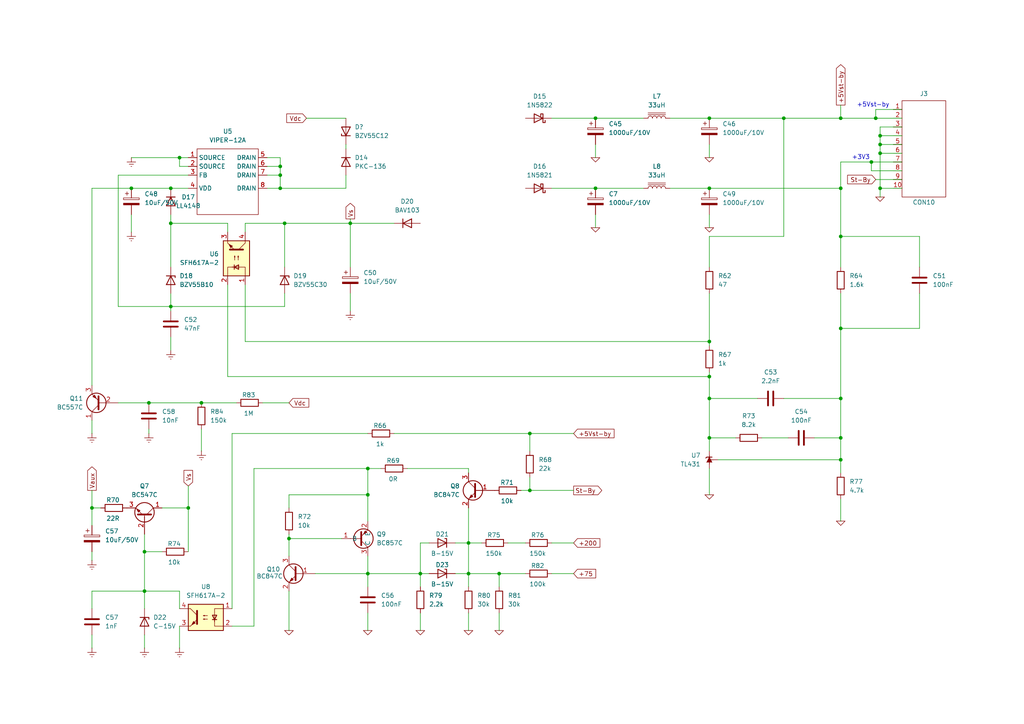
<source format=kicad_sch>
(kicad_sch (version 20231120) (generator "eeschema") (generator_version "8.0")
  (paper "A4")
  (lib_symbols
    (symbol "Device:C" (pin_numbers hide) (pin_names (offset 0.254))
      (property "Reference" "C" (at 0.635 2.54 0))
      (property "Value" "C" (at 0.635 -2.54 0))
      (symbol "C_0_1"
        (polyline (pts (xy -2.032 -0.762) (xy 2.032 -0.762)) (stroke (width 0.508)))
        (polyline (pts (xy -2.032 0.762) (xy 2.032 0.762)) (stroke (width 0.508)))
      )
      (symbol "C_1_1"
        (pin passive line (at 0 3.81 270) (length 2.794) (name "~") (number "1"))
        (pin passive line (at 0 -3.81 90) (length 2.794) (name "~") (number "2"))
      )
    )
    (symbol "Device:C_Polarized" (pin_numbers hide) (pin_names (offset 0.254))
      (property "Reference" "C" (at 0.635 2.54 0))
      (property "Value" "C_Polarized" (at 0.635 -2.54 0))
      (symbol "C_Polarized_0_1"
        (rectangle (start -2.286 0.508) (end 2.286 1.016))
        (polyline (pts (xy -1.778 2.286) (xy -0.762 2.286)))
        (polyline (pts (xy -1.27 2.794) (xy -1.27 1.778)))
        (rectangle (start 2.286 -0.508) (end -2.286 -1.016) (fill (type outline)))
      )
      (symbol "C_Polarized_1_1"
        (pin passive line (at 0 3.81 270) (length 2.794) (name "~") (number "1"))
        (pin passive line (at 0 -3.81 90) (length 2.794) (name "~") (number "2"))
      )
    )
    (symbol "Device:L_Iron" (pin_numbers hide) (pin_names (offset 1.016) hide)
      (property "Reference" "L" (at -1.27 0 90))
      (property "Value" "L_Iron" (at 2.794 0 90))
      (symbol "L_Iron_0_1"
        (arc (start 0 -2.54) (mid 0.6323 -1.905) (end 0 -1.27))
        (arc (start 0 -1.27) (mid 0.6323 -0.635) (end 0 0))
        (polyline (pts (xy 1.016 2.54) (xy 1.016 -2.54)))
        (polyline (pts (xy 1.524 -2.54) (xy 1.524 2.54)))
        (arc (start 0 0) (mid 0.6323 0.635) (end 0 1.27))
        (arc (start 0 1.27) (mid 0.6323 1.905) (end 0 2.54))
      )
      (symbol "L_Iron_1_1"
        (pin passive line (at 0 3.81 270) (length 1.27) (name "1") (number "1"))
        (pin passive line (at 0 -3.81 90) (length 1.27) (name "2") (number "2"))
      )
    )
    (symbol "Device:R" (pin_numbers hide) (pin_names (offset 0))
      (property "Reference" "R" (at 2.032 0 90))
      (property "Value" "R" (at 0 0 90))
      (symbol "R_0_1"
        (rectangle (start -1.016 -2.54) (end 1.016 2.54) (stroke (width 0.254)))
      )
      (symbol "R_1_1"
        (pin passive line (at 0 3.81 270) (length 1.27) (name "~") (number "1"))
        (pin passive line (at 0 -3.81 90) (length 1.27) (name "~") (number "2"))
      )
    )
    (symbol "Diode:1N5821" (pin_numbers hide) (pin_names (offset 1.016) hide)
      (property "Reference" "D" (at 0 2.54 0))
      (property "Value" "1N5821" (at 0 -2.54 0))
      (symbol "1N5821_0_1"
        (polyline (pts (xy 1.27 0) (xy -1.27 0)))
        (polyline (pts (xy 1.27 1.27) (xy 1.27 -1.27) (xy -1.27 0) (xy 1.27 1.27)) (stroke (width 0.254)))
        (polyline (pts (xy -1.905 0.635) (xy -1.905 1.27) (xy -1.27 1.27) (xy -1.27 -1.27) (xy -0.635 -1.27) (xy -0.635 -0.635)) (stroke (width 0.254)))
      )
      (symbol "1N5821_1_1"
        (pin passive line (at -3.81 0 0) (length 2.54) (name "K") (number "1"))
        (pin passive line (at 3.81 0 180) (length 2.54) (name "A") (number "2"))
      )
    )
    (symbol "Diode:1N5822" (pin_numbers hide) (pin_names (offset 1.016) hide)
      (property "Reference" "D" (at 0 2.54 0))
      (property "Value" "1N5822" (at 0 -2.54 0))
      (symbol "1N5822_0_1"
        (polyline (pts (xy 1.27 0) (xy -1.27 0)))
        (polyline (pts (xy 1.27 1.27) (xy 1.27 -1.27) (xy -1.27 0) (xy 1.27 1.27)) (stroke (width 0.254)))
        (polyline (pts (xy -1.905 0.635) (xy -1.905 1.27) (xy -1.27 1.27) (xy -1.27 -1.27) (xy -0.635 -1.27) (xy -0.635 -0.635)) (stroke (width 0.254)))
      )
      (symbol "1N5822_1_1"
        (pin passive line (at -3.81 0 0) (length 2.54) (name "K") (number "1"))
        (pin passive line (at 3.81 0 180) (length 2.54) (name "A") (number "2"))
      )
    )
    (symbol "Diode:BZV55B10" (pin_numbers hide) (pin_names hide)
      (property "Reference" "D" (at 0 2.54 0))
      (property "Value" "BZV55B10" (at 0 -2.54 0))
      (symbol "BZV55B10_0_1"
        (polyline (pts (xy 1.27 0) (xy -1.27 0)))
        (polyline (pts (xy -1.27 -1.27) (xy -1.27 1.27) (xy -0.762 1.27)) (stroke (width 0.254)))
        (polyline (pts (xy 1.27 -1.27) (xy 1.27 1.27) (xy -1.27 0) (xy 1.27 -1.27)) (stroke (width 0.254)))
      )
      (symbol "BZV55B10_1_1"
        (pin passive line (at -3.81 0 0) (length 2.54) (name "K") (number "1"))
        (pin passive line (at 3.81 0 180) (length 2.54) (name "A") (number "2"))
      )
    )
    (symbol "Diode:BZV55B15" (pin_numbers hide) (pin_names hide)
      (property "Reference" "D" (at 0 2.54 0))
      (property "Value" "BZV55B15" (at 0 -2.54 0))
      (symbol "BZV55B15_0_1"
        (polyline (pts (xy 1.27 0) (xy -1.27 0)))
        (polyline (pts (xy -1.27 -1.27) (xy -1.27 1.27) (xy -0.762 1.27)) (stroke (width 0.254)))
        (polyline (pts (xy 1.27 -1.27) (xy 1.27 1.27) (xy -1.27 0) (xy 1.27 -1.27)) (stroke (width 0.254)))
      )
      (symbol "BZV55B15_1_1"
        (pin passive line (at -3.81 0 0) (length 2.54) (name "K") (number "1"))
        (pin passive line (at 3.81 0 180) (length 2.54) (name "A") (number "2"))
      )
    )
    (symbol "Diode:BZV55C12" (pin_numbers hide) (pin_names hide)
      (property "Reference" "D" (at 0 2.54 0))
      (property "Value" "BZV55C12" (at 0 -2.54 0))
      (symbol "BZV55C12_0_1"
        (polyline (pts (xy 1.27 0) (xy -1.27 0)))
        (polyline (pts (xy -1.27 -1.27) (xy -1.27 1.27) (xy -0.762 1.27)) (stroke (width 0.254)))
        (polyline (pts (xy 1.27 -1.27) (xy 1.27 1.27) (xy -1.27 0) (xy 1.27 -1.27)) (stroke (width 0.254)))
      )
      (symbol "BZV55C12_1_1"
        (pin passive line (at -3.81 0 0) (length 2.54) (name "K") (number "1"))
        (pin passive line (at 3.81 0 180) (length 2.54) (name "A") (number "2"))
      )
    )
    (symbol "Diode:BZV55C15" (pin_numbers hide) (pin_names hide)
      (property "Reference" "D" (at 0 2.54 0))
      (property "Value" "BZV55C15" (at 0 -2.54 0))
      (symbol "BZV55C15_0_1"
        (polyline (pts (xy 1.27 0) (xy -1.27 0)))
        (polyline (pts (xy -1.27 -1.27) (xy -1.27 1.27) (xy -0.762 1.27)) (stroke (width 0.254)))
        (polyline (pts (xy 1.27 -1.27) (xy 1.27 1.27) (xy -1.27 0) (xy 1.27 -1.27)) (stroke (width 0.254)))
      )
      (symbol "BZV55C15_1_1"
        (pin passive line (at -3.81 0 0) (length 2.54) (name "K") (number "1"))
        (pin passive line (at 3.81 0 180) (length 2.54) (name "A") (number "2"))
      )
    )
    (symbol "Diode:BZV55C30" (pin_numbers hide) (pin_names hide)
      (property "Reference" "D" (at 0 2.54 0))
      (property "Value" "BZV55C30" (at 0 -2.54 0))
      (symbol "BZV55C30_0_1"
        (polyline (pts (xy 1.27 0) (xy -1.27 0)))
        (polyline (pts (xy -1.27 -1.27) (xy -1.27 1.27) (xy -0.762 1.27)) (stroke (width 0.254)))
        (polyline (pts (xy 1.27 -1.27) (xy 1.27 1.27) (xy -1.27 0) (xy 1.27 -1.27)) (stroke (width 0.254)))
      )
      (symbol "BZV55C30_1_1"
        (pin passive line (at -3.81 0 0) (length 2.54) (name "K") (number "1"))
        (pin passive line (at 3.81 0 180) (length 2.54) (name "A") (number "2"))
      )
    )
    (symbol "Diode:LL4148" (pin_numbers hide) (pin_names hide)
      (property "Reference" "D" (at 0 2.54 0))
      (property "Value" "LL4148" (at 0 -2.54 0))
      (symbol "LL4148_0_1"
        (polyline (pts (xy -1.27 1.27) (xy -1.27 -1.27)) (stroke (width 0.254)))
        (polyline (pts (xy 1.27 0) (xy -1.27 0)))
        (polyline (pts (xy 1.27 1.27) (xy 1.27 -1.27) (xy -1.27 0) (xy 1.27 1.27)) (stroke (width 0.254)))
      )
      (symbol "LL4148_1_1"
        (pin passive line (at -3.81 0 0) (length 2.54) (name "K") (number "1"))
        (pin passive line (at 3.81 0 180) (length 2.54) (name "A") (number "2"))
      )
    )
    (symbol "Isolator:SFH617A-2" (pin_names (offset 1.016))
      (property "Reference" "U" (at -5.08 5.08 0))
      (property "Value" "SFH617A-2" (at 0 5.08 0))
      (symbol "SFH617A-2_0_1"
        (rectangle (start -5.08 3.81) (end 5.08 -3.81) (stroke (width 0.254)) (fill (type background)))
        (polyline (pts (xy -3.175 -0.635) (xy -1.905 -0.635)) (stroke (width 0.254)))
        (polyline (pts (xy 2.54 0.635) (xy 4.445 2.54)))
        (polyline (pts (xy 4.445 -2.54) (xy 2.54 -0.635)) (fill (type outline)))
        (polyline (pts (xy 4.445 -2.54) (xy 5.08 -2.54)))
        (polyline (pts (xy 4.445 2.54) (xy 5.08 2.54)))
        (polyline (pts (xy -2.54 -0.635) (xy -2.54 -2.54) (xy -5.08 -2.54)))
        (polyline (pts (xy 2.54 1.905) (xy 2.54 -1.905) (xy 2.54 -1.905)) (stroke (width 0.508)))
        (polyline (pts (xy -5.08 2.54) (xy -2.54 2.54) (xy -2.54 -1.27) (xy -2.54 0.635)))
        (polyline (pts (xy -2.54 -0.635) (xy -3.175 0.635) (xy -1.905 0.635) (xy -2.54 -0.635)) (stroke (width 0.254)))
        (polyline (pts (xy -0.508 -0.508) (xy 0.762 -0.508) (xy 0.381 -0.635) (xy 0.381 -0.381) (xy 0.762 -0.508)))
        (polyline (pts (xy -0.508 0.508) (xy 0.762 0.508) (xy 0.381 0.381) (xy 0.381 0.635) (xy 0.762 0.508)))
        (polyline (pts (xy 3.048 -1.651) (xy 3.556 -1.143) (xy 4.064 -2.159) (xy 3.048 -1.651) (xy 3.048 -1.651)) (fill (type outline)))
      )
      (symbol "SFH617A-2_1_1"
        (pin passive line (at -7.62 2.54 0) (length 2.54) (name "~") (number "1"))
        (pin passive line (at -7.62 -2.54 0) (length 2.54) (name "~") (number "2"))
        (pin passive line (at 7.62 -2.54 180) (length 2.54) (name "~") (number "3"))
        (pin passive line (at 7.62 2.54 180) (length 2.54) (name "~") (number "4"))
      )
    )
    (symbol "Reference_Voltage:TL431D" (pin_numbers hide) (pin_names hide)
      (property "Reference" "U" (at 0 -2.54 0))
      (property "Value" "TL431D" (at 0 -4.445 0))
      (symbol "TL431D_0_1"
        (polyline (pts (xy -1.27 0) (xy 0 0) (xy 1.27 0)))
        (polyline (pts (xy -0.762 0.762) (xy 0.762 0) (xy -0.762 -0.762)) (fill (type outline)))
        (polyline (pts (xy 0.508 -1.016) (xy 0.762 -0.762) (xy 0.762 0.762) (xy 0.762 0.762)) (stroke (width 0.254)))
      )
      (symbol "TL431D_1_1"
        (polyline (pts (xy 0 1.27) (xy 0 0)))
        (pin passive line (at 2.54 0 180) (length 2.54) (name "K") (number "1"))
        (pin passive line (at -2.54 0 0) (length 2.54) (name "A") (number "2"))
        (pin passive line (at -2.54 0 0) (length 2.54) hide (name "A") (number "3"))
        (pin passive line (at -2.54 0 0) (length 2.54) hide (name "A") (number "6"))
        (pin passive line (at -2.54 0 0) (length 2.54) hide (name "A") (number "7"))
        (pin passive line (at 0 2.54 270) (length 2.54) (name "REF") (number "8"))
      )
    )
    (symbol "Simulation_SPICE:0" (power) (pin_numbers hide) (pin_names (offset 0) hide)
      (property "Value" "0" (at 0 -2.54 0))
      (symbol "0_0_1"
        (polyline (pts (xy -1.27 0) (xy 0 -1.27) (xy 1.27 0) (xy -1.27 0)))
      )
      (symbol "0_1_1"
        (pin power_in line (at 0 0 0) (length 0) (name "~") (number "1"))
      )
    )
    (symbol "Transistor_BJT:BC547" (pin_names (offset 0) hide)
      (property "Reference" "Q" (at 5.08 1.905 0))
      (property "Value" "BC547" (at 5.08 0 0))
      (symbol "BC547_0_1"
        (polyline (pts (xy 0 0) (xy 0.635 0)))
        (polyline (pts (xy 0.635 0.635) (xy 2.54 2.54)))
        (polyline (pts (xy 0.635 -0.635) (xy 2.54 -2.54) (xy 2.54 -2.54)))
        (polyline (pts (xy 0.635 1.905) (xy 0.635 -1.905) (xy 0.635 -1.905)) (stroke (width 0.508)))
        (polyline (pts (xy 1.27 -1.778) (xy 1.778 -1.27) (xy 2.286 -2.286) (xy 1.27 -1.778) (xy 1.27 -1.778)) (fill (type outline)))
        (circle (center 1.27 0) (radius 2.8194) (stroke (width 0.254)))
      )
      (symbol "BC547_1_1"
        (pin passive line (at 2.54 5.08 270) (length 2.54) (name "C") (number "1"))
        (pin input line (at -5.08 0 0) (length 5.08) (name "B") (number "2"))
        (pin passive line (at 2.54 -5.08 90) (length 2.54) (name "E") (number "3"))
      )
    )
    (symbol "Transistor_BJT:BC557" (pin_names (offset 0) hide)
      (property "Reference" "Q" (at 5.08 1.905 0))
      (property "Value" "BC557" (at 5.08 0 0))
      (symbol "BC557_0_1"
        (polyline (pts (xy 0.635 0.635) (xy 2.54 2.54)))
        (polyline (pts (xy 0.635 -0.635) (xy 2.54 -2.54) (xy 2.54 -2.54)))
        (polyline (pts (xy 0.635 1.905) (xy 0.635 -1.905) (xy 0.635 -1.905)) (stroke (width 0.508)))
        (polyline (pts (xy 2.286 -1.778) (xy 1.778 -2.286) (xy 1.27 -1.27) (xy 2.286 -1.778) (xy 2.286 -1.778)) (fill (type outline)))
        (circle (center 1.27 0) (radius 2.8194) (stroke (width 0.254)))
      )
      (symbol "BC557_1_1"
        (pin passive line (at 2.54 5.08 270) (length 2.54) (name "C") (number "1"))
        (pin input line (at -5.08 0 0) (length 5.715) (name "B") (number "2"))
        (pin passive line (at 2.54 -5.08 90) (length 2.54) (name "E") (number "3"))
      )
    )
    (symbol "Transistor_BJT:BC847" (pin_names (offset 0) hide)
      (property "Reference" "Q" (at 5.08 1.905 0))
      (property "Value" "BC847" (at 5.08 0 0))
      (symbol "BC847_0_1"
        (polyline (pts (xy 0.635 0.635) (xy 2.54 2.54)))
        (polyline (pts (xy 0.635 -0.635) (xy 2.54 -2.54) (xy 2.54 -2.54)))
        (polyline (pts (xy 0.635 1.905) (xy 0.635 -1.905) (xy 0.635 -1.905)) (stroke (width 0.508)))
        (polyline (pts (xy 1.27 -1.778) (xy 1.778 -1.27) (xy 2.286 -2.286) (xy 1.27 -1.778) (xy 1.27 -1.778)) (fill (type outline)))
        (circle (center 1.27 0) (radius 2.8194) (stroke (width 0.254)))
      )
      (symbol "BC847_1_1"
        (pin input line (at -5.08 0 0) (length 5.715) (name "B") (number "1"))
        (pin passive line (at 2.54 -5.08 90) (length 2.54) (name "E") (number "2"))
        (pin passive line (at 2.54 5.08 270) (length 2.54) (name "C") (number "3"))
      )
    )
    (symbol "lib:BAV103" (pin_numbers hide) (pin_names hide)
      (property "Reference" "D" (at 0 0 0))
      (property "Value" "BAV103" (at 0 0 0))
      (symbol "BAV103_0_1"
        (polyline (pts (xy -1.27 1.27) (xy -1.27 -1.27)) (stroke (width 0.254)))
        (polyline (pts (xy 1.27 0) (xy -1.27 0)))
        (polyline (pts (xy 1.27 1.27) (xy 1.27 -1.27) (xy -1.27 0) (xy 1.27 1.27)) (stroke (width 0.254)))
      )
      (symbol "BAV103_1_1"
        (pin passive line (at -3.81 0 0) (length 2.54) (name "K") (number "1"))
        (pin passive line (at 3.81 0 180) (length 2.54) (name "A") (number "2"))
      )
    )
    (symbol "lib:BC857C"
      (property "Reference" "Q" (at 0 0 0))
      (property "Value" "BC857C" (at 0 0 0))
      (symbol "BC857C_0_1"
        (polyline (pts (xy -3.81 0) (xy -0.635 0)) (stroke (width 0.1524)))
        (polyline (pts (xy -0.635 -0.635) (xy 1.27 -2.54)))
        (polyline (pts (xy -0.635 -1.905) (xy -0.635 1.905) (xy -0.635 1.905)) (stroke (width 0.508)))
        (polyline (pts (xy -0.635 0.635) (xy 1.27 2.54) (xy 1.27 2.54)))
        (polyline (pts (xy 1.016 1.778) (xy 0.508 2.286) (xy 0 1.27) (xy 1.016 1.778) (xy 1.016 1.778)) (fill (type outline)))
        (circle (center 0 0) (radius 2.8194) (stroke (width 0.254)))
      )
      (symbol "BC857C_1_1"
        (pin input line (at -6.35 0 0) (length 2.54) (name "B") (number "1"))
        (pin open_emitter line (at 1.27 5.08 270) (length 2.54) (name "E") (number "2"))
        (pin open_collector line (at 1.27 -5.08 90) (length 2.54) (name "C") (number "3"))
      )
    )
    (symbol "lib:CON10"
      (property "Reference" "J" (at 0 0 0))
      (symbol "CON10_0_1"
        (rectangle (start -6.35 8.89) (end 6.35 -19.05))
      )
      (symbol "CON10_1_1"
        (pin power_out line (at -6.35 6.35 180) (length 2.54) (name "") (number "1"))
        (pin power_out line (at -6.35 -16.51 180) (length 2.54) (name "") (number "10"))
        (pin power_out line (at -6.35 3.81 180) (length 2.54) (name "") (number "2"))
        (pin power_out line (at -6.35 1.27 180) (length 2.54) (name "") (number "3"))
        (pin power_out line (at -6.35 -1.27 180) (length 2.54) (name "") (number "4"))
        (pin power_out line (at -6.35 -3.81 180) (length 2.54) (name "") (number "5"))
        (pin power_out line (at -6.35 -6.35 180) (length 2.54) (name "") (number "6"))
        (pin power_out line (at -6.35 -8.89 180) (length 2.54) (name "") (number "7"))
        (pin power_out line (at -6.35 -11.43 180) (length 2.54) (name "") (number "8"))
        (pin power_out line (at -6.35 -13.97 180) (length 2.54) (name "") (number "9"))
      )
    )
    (symbol "lib:PKC-136" (pin_numbers hide) (pin_names hide)
      (property "Reference" "D" (at 0 0 0))
      (property "Value" "PKC-136" (at 0 0 0))
      (symbol "PKC-136_0_1"
        (polyline (pts (xy 0 1.27) (xy 0 -1.27)) (stroke (width 0.254)))
        (polyline (pts (xy 2.54 0) (xy 0 0)))
        (polyline (pts (xy 2.54 1.27) (xy 2.54 -1.27) (xy 0 0) (xy 2.54 1.27)) (stroke (width 0.254)))
      )
      (symbol "PKC-136_1_1"
        (pin passive line (at -2.54 0 0) (length 2.54) (name "K") (number "1"))
        (pin passive line (at 5.08 0 180) (length 2.54) (name "A") (number "2"))
      )
    )
    (symbol "lib:VIPER-12A"
      (property "Reference" "U" (at 0 0 0))
      (property "Value" "VIPER-12A" (at 0 0 0))
      (symbol "VIPER-12A_0_1"
        (rectangle (start -6.35 5.08) (end 11.43 -13.97))
      )
      (symbol "VIPER-12A_1_1"
        (pin power_out line (at -8.89 2.54 0) (length 2.54) (name "SOURCE") (number "1"))
        (pin power_out line (at -8.89 0 0) (length 2.54) (name "SOURCE") (number "2"))
        (pin input line (at -8.89 -2.54 0) (length 2.54) (name "FB") (number "3"))
        (pin power_in line (at -8.89 -6.35 0) (length 2.54) (name "VDD") (number "4"))
        (pin power_in line (at 13.97 2.54 180) (length 2.54) (name "DRAIN") (number "5"))
        (pin power_in line (at 13.97 0 180) (length 2.54) (name "DRAIN") (number "6"))
        (pin power_in line (at 13.97 -2.54 180) (length 2.54) (name "DRAIN") (number "7"))
        (pin power_in line (at 13.97 -6.35 180) (length 2.54) (name "DRAIN") (number "8"))
      )
    )
    (symbol "power:Earth" (power) (pin_numbers hide) (pin_names (offset 0) hide)
      (property "Value" "Earth" (at 0 -3.81 0))
      (symbol "Earth_0_1"
        (polyline (pts (xy -0.635 -1.905) (xy 0.635 -1.905)))
        (polyline (pts (xy -0.127 -2.54) (xy 0.127 -2.54)))
        (polyline (pts (xy 0 -1.27) (xy 0 0)))
        (polyline (pts (xy 1.27 -1.27) (xy -1.27 -1.27)))
      )
      (symbol "Earth_1_1"
        (pin power_in line (at 0 0 270) (length 0) (name "~") (number "1"))
      )
    )
  )
  (junction (at 49.53 88.9))
  (junction (at 205.74 115.57))
  (junction (at 153.67 125.73))
  (junction (at 205.74 127))
  (junction (at 243.84 115.57))
  (junction (at 227.33 34.29))
  (junction (at 205.74 54.61))
  (junction (at 243.84 54.61))
  (junction (at 121.92 166.37))
  (junction (at 81.28 50.8))
  (junction (at 82.55 64.77))
  (junction (at 81.28 48.26))
  (junction (at 106.68 143.51))
  (junction (at 153.67 142.24))
  (junction (at 38.1 54.61))
  (junction (at 205.74 109.22))
  (junction (at 106.68 166.37))
  (junction (at 49.53 54.61))
  (junction (at 144.78 166.37))
  (junction (at 255.27 44.45))
  (junction (at 43.18 116.84))
  (junction (at 81.28 54.61))
  (junction (at 255.27 41.91))
  (junction (at 255.27 39.37))
  (junction (at 205.74 34.29))
  (junction (at 83.82 156.21))
  (junction (at 106.68 135.89))
  (junction (at 52.07 45.72))
  (junction (at 254 34.29))
  (junction (at 243.84 68.58))
  (junction (at 172.72 34.29))
  (junction (at 135.89 166.37))
  (junction (at 49.53 64.77))
  (junction (at 243.84 133.35))
  (junction (at 41.91 160.02))
  (junction (at 135.89 157.48))
  (junction (at 243.84 95.25))
  (junction (at 58.42 116.84))
  (junction (at 101.6 64.77))
  (junction (at 252.73 46.99))
  (junction (at 205.74 99.06))
  (junction (at 41.91 171.45))
  (junction (at 243.84 127))
  (junction (at 255.27 54.61))
  (junction (at 172.72 54.61))
  (junction (at 243.84 34.29))
  (junction (at 26.67 147.32))
  (junction (at 54.61 147.32))
  (wire (pts (xy 205.74 127) (xy 213.36 127)))
  (wire (pts (xy 205.74 127) (xy 205.74 130.81)))
  (wire (pts (xy 243.84 115.57) (xy 243.84 127)))
  (wire (pts (xy 77.47 50.8) (xy 81.28 50.8)))
  (wire (pts (xy 255.27 54.61) (xy 261.62 54.61)))
  (wire (pts (xy 114.3 125.73) (xy 153.67 125.73)))
  (wire (pts (xy 205.74 62.23) (xy 205.74 66.04)))
  (wire (pts (xy 252.73 49.53) (xy 252.73 46.99)))
  (wire (pts (xy 236.22 127) (xy 243.84 127)))
  (wire (pts (xy 41.91 171.45) (xy 41.91 176.53)))
  (wire (pts (xy 160.02 166.37) (xy 166.37 166.37)))
  (wire (pts (xy 66.04 67.31) (xy 66.04 64.77)))
  (wire (pts (xy 82.55 85.09) (xy 82.55 88.9)))
  (wire (pts (xy 243.84 133.35) (xy 243.84 137.16)))
  (wire (pts (xy 83.82 171.45) (xy 83.82 182.88)))
  (wire (pts (xy 144.78 166.37) (xy 144.78 170.18)))
  (wire (pts (xy 38.1 54.61) (xy 49.53 54.61)))
  (wire (pts (xy 101.6 85.09) (xy 101.6 90.17)))
  (wire (pts (xy 255.27 39.37) (xy 261.62 39.37)))
  (wire (pts (xy 144.78 177.8) (xy 144.78 182.88)))
  (wire (pts (xy 124.46 157.48) (xy 121.92 157.48)))
  (wire (pts (xy 67.31 176.53) (xy 67.31 125.73)))
  (wire (pts (xy 54.61 48.26) (xy 52.07 48.26)))
  (wire (pts (xy 135.89 157.48) (xy 135.89 166.37)))
  (wire (pts (xy 255.27 41.91) (xy 255.27 39.37)))
  (wire (pts (xy 106.68 166.37) (xy 121.92 166.37)))
  (wire (pts (xy 26.67 171.45) (xy 41.91 171.45)))
  (wire (pts (xy 243.84 54.61) (xy 205.74 54.61)))
  (wire (pts (xy 254 31.75) (xy 254 34.29)))
  (wire (pts (xy 227.33 115.57) (xy 243.84 115.57)))
  (wire (pts (xy 49.53 64.77) (xy 66.04 64.77)))
  (wire (pts (xy 34.29 50.8) (xy 34.29 88.9)))
  (wire (pts (xy 26.67 111.76) (xy 26.67 54.61)))
  (wire (pts (xy 82.55 64.77) (xy 71.12 64.77)))
  (wire (pts (xy 106.68 151.13) (xy 106.68 143.51)))
  (wire (pts (xy 83.82 154.94) (xy 83.82 156.21)))
  (wire (pts (xy 43.18 116.84) (xy 58.42 116.84)))
  (wire (pts (xy 205.74 135.89) (xy 205.74 143.51)))
  (wire (pts (xy 151.13 142.24) (xy 153.67 142.24)))
  (wire (pts (xy 254 34.29) (xy 261.62 34.29)))
  (wire (pts (xy 121.92 157.48) (xy 121.92 166.37)))
  (wire (pts (xy 227.33 68.58) (xy 227.33 34.29)))
  (wire (pts (xy 121.92 166.37) (xy 121.92 170.18)))
  (wire (pts (xy 71.12 64.77) (xy 71.12 67.31)))
  (wire (pts (xy 266.7 77.47) (xy 266.7 68.58)))
  (wire (pts (xy 172.72 54.61) (xy 186.69 54.61)))
  (wire (pts (xy 266.7 68.58) (xy 243.84 68.58)))
  (wire (pts (xy 91.44 166.37) (xy 106.68 166.37)))
  (wire (pts (xy 227.33 34.29) (xy 243.84 34.29)))
  (wire (pts (xy 166.37 142.24) (xy 153.67 142.24)))
  (wire (pts (xy 160.02 54.61) (xy 172.72 54.61)))
  (wire (pts (xy 77.47 48.26) (xy 81.28 48.26)))
  (wire (pts (xy 106.68 161.29) (xy 106.68 166.37)))
  (wire (pts (xy 261.62 49.53) (xy 252.73 49.53)))
  (wire (pts (xy 83.82 147.32) (xy 83.82 143.51)))
  (wire (pts (xy 152.4 166.37) (xy 144.78 166.37)))
  (wire (pts (xy 71.12 82.55) (xy 71.12 99.06)))
  (wire (pts (xy 121.92 177.8) (xy 121.92 182.88)))
  (wire (pts (xy 26.67 121.92) (xy 26.67 125.73)))
  (wire (pts (xy 255.27 41.91) (xy 261.62 41.91)))
  (wire (pts (xy 26.67 160.02) (xy 26.67 162.56)))
  (wire (pts (xy 73.66 181.61) (xy 67.31 181.61)))
  (wire (pts (xy 261.62 46.99) (xy 252.73 46.99)))
  (wire (pts (xy 34.29 88.9) (xy 49.53 88.9)))
  (wire (pts (xy 205.74 115.57) (xy 219.71 115.57)))
  (wire (pts (xy 58.42 116.84) (xy 68.58 116.84)))
  (wire (pts (xy 243.84 30.48) (xy 243.84 34.29)))
  (wire (pts (xy 38.1 45.72) (xy 52.07 45.72)))
  (wire (pts (xy 153.67 130.81) (xy 153.67 125.73)))
  (wire (pts (xy 54.61 140.97) (xy 54.61 147.32)))
  (wire (pts (xy 66.04 82.55) (xy 66.04 109.22)))
  (wire (pts (xy 52.07 45.72) (xy 54.61 45.72)))
  (wire (pts (xy 266.7 95.25) (xy 243.84 95.25)))
  (wire (pts (xy 49.53 64.77) (xy 49.53 77.47)))
  (wire (pts (xy 153.67 125.73) (xy 166.37 125.73)))
  (wire (pts (xy 208.28 133.35) (xy 243.84 133.35)))
  (wire (pts (xy 82.55 64.77) (xy 101.6 64.77)))
  (wire (pts (xy 261.62 31.75) (xy 254 31.75)))
  (wire (pts (xy 243.84 34.29) (xy 254 34.29)))
  (wire (pts (xy 106.68 143.51) (xy 106.68 135.89)))
  (wire (pts (xy 88.9 34.29) (xy 100.33 34.29)))
  (wire (pts (xy 49.53 85.09) (xy 49.53 88.9)))
  (wire (pts (xy 34.29 116.84) (xy 43.18 116.84)))
  (wire (pts (xy 255.27 39.37) (xy 255.27 36.83)))
  (wire (pts (xy 49.53 88.9) (xy 49.53 90.17)))
  (wire (pts (xy 243.84 68.58) (xy 243.84 77.47)))
  (wire (pts (xy 49.53 62.23) (xy 49.53 64.77)))
  (wire (pts (xy 101.6 64.77) (xy 101.6 77.47)))
  (wire (pts (xy 194.31 34.29) (xy 205.74 34.29)))
  (wire (pts (xy 26.67 184.15) (xy 26.67 187.96)))
  (wire (pts (xy 106.68 135.89) (xy 110.49 135.89)))
  (wire (pts (xy 26.67 176.53) (xy 26.67 171.45)))
  (wire (pts (xy 172.72 34.29) (xy 186.69 34.29)))
  (wire (pts (xy 101.6 64.77) (xy 114.3 64.77)))
  (wire (pts (xy 132.08 166.37) (xy 135.89 166.37)))
  (wire (pts (xy 205.74 107.95) (xy 205.74 109.22)))
  (wire (pts (xy 243.84 54.61) (xy 243.84 68.58)))
  (wire (pts (xy 52.07 181.61) (xy 52.07 187.96)))
  (wire (pts (xy 144.78 166.37) (xy 135.89 166.37)))
  (wire (pts (xy 255.27 36.83) (xy 261.62 36.83)))
  (wire (pts (xy 100.33 41.91) (xy 100.33 43.18)))
  (wire (pts (xy 255.27 54.61) (xy 255.27 44.45)))
  (wire (pts (xy 135.89 135.89) (xy 135.89 137.16)))
  (wire (pts (xy 172.72 62.23) (xy 172.72 66.04)))
  (wire (pts (xy 81.28 45.72) (xy 81.28 48.26)))
  (wire (pts (xy 243.84 95.25) (xy 243.84 85.09)))
  (wire (pts (xy 73.66 135.89) (xy 106.68 135.89)))
  (wire (pts (xy 205.74 77.47) (xy 205.74 68.58)))
  (wire (pts (xy 81.28 54.61) (xy 77.47 54.61)))
  (wire (pts (xy 49.53 54.61) (xy 54.61 54.61)))
  (wire (pts (xy 101.6 63.5) (xy 101.6 64.77)))
  (wire (pts (xy 76.2 116.84) (xy 83.82 116.84)))
  (wire (pts (xy 26.67 142.24) (xy 26.67 147.32)))
  (wire (pts (xy 172.72 41.91) (xy 172.72 45.72)))
  (wire (pts (xy 205.74 41.91) (xy 205.74 45.72)))
  (wire (pts (xy 194.31 54.61) (xy 205.74 54.61)))
  (wire (pts (xy 54.61 50.8) (xy 34.29 50.8)))
  (wire (pts (xy 41.91 171.45) (xy 52.07 171.45)))
  (wire (pts (xy 43.18 124.46) (xy 43.18 125.73)))
  (wire (pts (xy 38.1 62.23) (xy 38.1 67.31)))
  (wire (pts (xy 255.27 44.45) (xy 255.27 41.91)))
  (wire (pts (xy 132.08 157.48) (xy 135.89 157.48)))
  (wire (pts (xy 49.53 97.79) (xy 49.53 101.6)))
  (wire (pts (xy 81.28 48.26) (xy 81.28 50.8)))
  (wire (pts (xy 205.74 109.22) (xy 205.74 115.57)))
  (wire (pts (xy 266.7 85.09) (xy 266.7 95.25)))
  (wire (pts (xy 121.92 166.37) (xy 124.46 166.37)))
  (wire (pts (xy 82.55 64.77) (xy 82.55 77.47)))
  (wire (pts (xy 77.47 45.72) (xy 81.28 45.72)))
  (wire (pts (xy 205.74 99.06) (xy 205.74 100.33)))
  (wire (pts (xy 100.33 50.8) (xy 100.33 54.61)))
  (wire (pts (xy 205.74 85.09) (xy 205.74 99.06)))
  (wire (pts (xy 139.7 157.48) (xy 135.89 157.48)))
  (wire (pts (xy 81.28 50.8) (xy 81.28 54.61)))
  (wire (pts (xy 135.89 177.8) (xy 135.89 182.88)))
  (wire (pts (xy 252.73 46.99) (xy 243.84 46.99)))
  (wire (pts (xy 41.91 160.02) (xy 41.91 171.45)))
  (wire (pts (xy 220.98 127) (xy 228.6 127)))
  (wire (pts (xy 54.61 147.32) (xy 54.61 160.02)))
  (wire (pts (xy 52.07 171.45) (xy 52.07 176.53)))
  (wire (pts (xy 118.11 135.89) (xy 135.89 135.89)))
  (wire (pts (xy 160.02 34.29) (xy 172.72 34.29)))
  (wire (pts (xy 58.42 124.46) (xy 58.42 130.81)))
  (wire (pts (xy 46.99 147.32) (xy 54.61 147.32)))
  (wire (pts (xy 73.66 135.89) (xy 73.66 181.61)))
  (wire (pts (xy 83.82 156.21) (xy 99.06 156.21)))
  (wire (pts (xy 46.99 160.02) (xy 41.91 160.02)))
  (wire (pts (xy 26.67 54.61) (xy 38.1 54.61)))
  (wire (pts (xy 153.67 142.24) (xy 153.67 138.43)))
  (wire (pts (xy 205.74 115.57) (xy 205.74 127)))
  (wire (pts (xy 147.32 157.48) (xy 152.4 157.48)))
  (wire (pts (xy 205.74 68.58) (xy 227.33 68.58)))
  (wire (pts (xy 106.68 177.8) (xy 106.68 182.88)))
  (wire (pts (xy 41.91 154.94) (xy 41.91 160.02)))
  (wire (pts (xy 205.74 34.29) (xy 227.33 34.29)))
  (wire (pts (xy 66.04 109.22) (xy 205.74 109.22)))
  (wire (pts (xy 29.21 147.32) (xy 26.67 147.32)))
  (wire (pts (xy 135.89 147.32) (xy 135.89 157.48)))
  (wire (pts (xy 255.27 44.45) (xy 261.62 44.45)))
  (wire (pts (xy 83.82 143.51) (xy 106.68 143.51)))
  (wire (pts (xy 243.84 95.25) (xy 243.84 115.57)))
  (wire (pts (xy 71.12 99.06) (xy 205.74 99.06)))
  (wire (pts (xy 83.82 156.21) (xy 83.82 161.29)))
  (wire (pts (xy 254 52.07) (xy 261.62 52.07)))
  (wire (pts (xy 243.84 127) (xy 243.84 133.35)))
  (wire (pts (xy 41.91 184.15) (xy 41.91 187.96)))
  (wire (pts (xy 100.33 54.61) (xy 81.28 54.61)))
  (wire (pts (xy 255.27 57.15) (xy 255.27 54.61)))
  (wire (pts (xy 135.89 166.37) (xy 135.89 170.18)))
  (wire (pts (xy 243.84 46.99) (xy 243.84 54.61)))
  (wire (pts (xy 160.02 157.48) (xy 166.37 157.48)))
  (wire (pts (xy 49.53 88.9) (xy 82.55 88.9)))
  (wire (pts (xy 26.67 147.32) (xy 26.67 152.4)))
  (wire (pts (xy 106.68 170.18) (xy 106.68 166.37)))
  (wire (pts (xy 243.84 144.78) (xy 243.84 151.13)))
  (wire (pts (xy 52.07 48.26) (xy 52.07 45.72)))
  (wire (pts (xy 67.31 125.73) (xy 106.68 125.73)))
  (text "+3V3" (at 249.682 45.72 0) (effects (font (size 1.27 1.27))))
  (text "+5Vst-by" (at 253.238 30.48 0) (effects (font (size 1.27 1.27))))
  (global_label "+5Vst-by" (shape output) (at 243.84 30.48 90) (property "Intersheetrefs" "${INTERSHEET_REFS}" (effects (hide yes))))
  (global_label "+75" (shape input) (at 166.37 166.37 0) (property "Intersheetrefs" "${INTERSHEET_REFS}" (effects (hide yes))))
  (global_label "Vdc" (shape input) (at 88.9 34.29 180) (property "Intersheetrefs" "${INTERSHEET_REFS}" (effects (hide yes))))
  (global_label "Vaux" (shape output) (at 26.67 142.24 90) (property "Intersheetrefs" "${INTERSHEET_REFS}" (effects (hide yes))))
  (global_label "Vs" (shape output) (at 101.6 63.5 90) (property "Intersheetrefs" "${INTERSHEET_REFS}" (effects (hide yes))))
  (global_label "+5Vst-by" (shape input) (at 166.37 125.73 0) (property "Intersheetrefs" "${INTERSHEET_REFS}" (effects (hide yes))))
  (global_label "St-By" (shape output) (at 166.37 142.24 0) (property "Intersheetrefs" "${INTERSHEET_REFS}" (effects (hide yes))))
  (global_label "St-By" (shape input) (at 254 52.07 180) (property "Intersheetrefs" "${INTERSHEET_REFS}" (effects (hide yes))))
  (global_label "Vs" (shape input) (at 54.61 140.97 90) (property "Intersheetrefs" "${INTERSHEET_REFS}" (effects (hide yes))))
  (global_label "+200" (shape input) (at 166.37 157.48 0) (property "Intersheetrefs" "${INTERSHEET_REFS}" (effects (hide yes))))
  (global_label "Vdc" (shape input) (at 83.82 116.84 0) (property "Intersheetrefs" "${INTERSHEET_REFS}" (effects (hide yes))))
  (symbol (lib_id "power:Earth") (at 26.67 162.56 0) (unit 1)
    (property "Reference" "#PWR033" (effects (hide yes)))
    (property "Value" "Earth" (effects (hide yes)))
    (property "Description" "Power symbol creates a global label with name \"Earth\"" (effects (hide yes)))
  )
  (symbol (lib_id "Device:C") (at 43.18 120.65 0) (unit 1)
    (property "Reference" "C58" (at 46.99 119.3799 0) (effects (justify left)))
    (property "Value" "10nF" (at 46.99 121.9199 0) (effects (justify left)))
    (property "Description" "Unpolarized capacitor" (effects (hide yes)))
  )
  (symbol (lib_id "Simulation_SPICE:0") (at 205.74 45.72 0) (unit 1)
    (property "Reference" "#GND04" (effects (hide yes)))
    (property "Value" "0" (effects (hide yes)))
    (property "Datasheet" "https://ngspice.sourceforge.io/docs/ngspice-html-manual/manual.xhtml#subsec_Circuit_elements__device" (effects (hide yes)))
    (property "Description" "0V reference potential for simulation" (effects (hide yes)))
  )
  (symbol (lib_id "Device:R") (at 205.74 81.28 0) (unit 1)
    (property "Reference" "R62" (at 208.28 80.0099 0) (effects (justify left)))
    (property "Value" "47" (at 208.28 82.5499 0) (effects (justify left)))
    (property "Description" "Resistor" (effects (hide yes)))
  )
  (symbol (lib_id "Device:R") (at 153.67 134.62 0) (unit 1)
    (property "Reference" "R68" (at 156.21 133.3499 0) (effects (justify left)))
    (property "Value" "22k" (at 156.21 135.8899 0) (effects (justify left)))
    (property "Description" "Resistor" (effects (hide yes)))
  )
  (symbol (lib_id "lib:BAV103") (at 118.11 64.77 0) (unit 1)
    (property "Reference" "D20" (at 118.11 58.42 0))
    (property "Value" "BAV103" (at 118.11 60.96 0))
  )
  (symbol (lib_id "power:Earth") (at 38.1 45.72 0) (unit 1)
    (property "Reference" "#PWR026" (effects (hide yes)))
    (property "Value" "Earth" (effects (hide yes)))
    (property "Description" "Power symbol creates a global label with name \"Earth\"" (effects (hide yes)))
  )
  (symbol (lib_id "Device:L_Iron") (at 190.5 34.29 90) (unit 1)
    (property "Reference" "L7" (at 190.5 27.94 90))
    (property "Value" "33uH" (at 190.5 30.48 90))
    (property "Description" "Inductor with iron core" (effects (hide yes)))
  )
  (symbol (lib_id "Device:C_Polarized") (at 172.72 58.42 0) (unit 1)
    (property "Reference" "C7" (at 176.53 56.2609 0) (effects (justify left)))
    (property "Value" "1000uF/10V" (at 176.53 58.8009 0) (effects (justify left)))
    (property "Description" "Polarized capacitor" (effects (hide yes)))
  )
  (symbol (lib_id "Device:C_Polarized") (at 172.72 38.1 0) (unit 1)
    (property "Reference" "C45" (at 176.53 35.9409 0) (effects (justify left)))
    (property "Value" "1000uF/10V" (at 176.53 38.4809 0) (effects (justify left)))
    (property "Description" "Polarized capacitor" (effects (hide yes)))
  )
  (symbol (lib_id "Simulation_SPICE:0") (at 243.84 151.13 0) (unit 1)
    (property "Reference" "#GND07" (effects (hide yes)))
    (property "Value" "0" (effects (hide yes)))
    (property "Datasheet" "https://ngspice.sourceforge.io/docs/ngspice-html-manual/manual.xhtml#subsec_Circuit_elements__device" (effects (hide yes)))
    (property "Description" "0V reference potential for simulation" (effects (hide yes)))
  )
  (symbol (lib_id "Device:C_Polarized") (at 205.74 38.1 0) (unit 1)
    (property "Reference" "C46" (at 209.55 35.9409 0) (effects (justify left)))
    (property "Value" "1000uF/10V" (at 209.55 38.4809 0) (effects (justify left)))
    (property "Description" "Polarized capacitor" (effects (hide yes)))
  )
  (symbol (lib_id "Device:L_Iron") (at 190.5 54.61 90) (unit 1)
    (property "Reference" "L8" (at 190.5 48.26 90))
    (property "Value" "33uH" (at 190.5 50.8 90))
    (property "Description" "Inductor with iron core" (effects (hide yes)))
  )
  (symbol (lib_id "lib:VIPER-12A") (at 63.5 48.26 0) (unit 1)
    (property "Reference" "U5" (at 66.04 38.1 0))
    (property "Value" "VIPER-12A" (at 66.04 40.64 0))
    (property "Datasheet" "https://pdf1.alldatasheet.com/datasheet-pdf/view/25601/STMICROELECTRONICS/VIPER12A.html" (effects (hide yes)))
  )
  (symbol (lib_id "Device:C") (at 266.7 81.28 0) (unit 1)
    (property "Reference" "C51" (at 270.51 80.0099 0) (effects (justify left)))
    (property "Value" "100nF" (at 270.51 82.5499 0) (effects (justify left)))
    (property "Description" "Unpolarized capacitor" (effects (hide yes)))
  )
  (symbol (lib_id "Transistor_BJT:BC547") (at 41.91 149.86 270) (mirror x) (unit 1)
    (property "Reference" "Q7" (at 41.91 140.97 90))
    (property "Value" "BC547C" (at 41.91 143.51 90))
    (property "Footprint" "Package_TO_SOT_THT:TO-92_Inline" (effects (hide yes)))
    (property "Datasheet" "https://www.onsemi.com/pub/Collateral/BC550-D.pdf" (effects (hide yes)))
    (property "Description" "0.1A Ic, 45V Vce, Small Signal NPN Transistor, TO-92" (effects (hide yes)))
  )
  (symbol (lib_id "lib:PKC-136") (at 100.33 45.72 270) (unit 1)
    (property "Reference" "D14" (at 102.87 45.7199 90) (effects (justify left)))
    (property "Value" "PKC-136" (at 102.87 48.2599 90) (effects (justify left)))
  )
  (symbol (lib_id "Diode:1N5822") (at 156.21 34.29 180) (unit 1)
    (property "Reference" "D15" (at 156.5275 27.94 0))
    (property "Value" "1N5822" (at 156.5275 30.48 0))
    (property "Footprint" "Diode_THT:D_DO-201AD_P15.24mm_Horizontal" (effects (hide yes)))
    (property "Datasheet" "http://www.vishay.com/docs/88526/1n5820.pdf" (effects (hide yes)))
    (property "Description" "40V 3A Schottky Barrier Rectifier Diode, DO-201AD" (effects (hide yes)))
  )
  (symbol (lib_id "Device:C") (at 26.67 180.34 0) (unit 1)
    (property "Reference" "C57" (at 30.48 179.0699 0) (effects (justify left)))
    (property "Value" "1nF" (at 30.48 181.6099 0) (effects (justify left)))
    (property "Description" "Unpolarized capacitor" (effects (hide yes)))
  )
  (symbol (lib_id "Device:C_Polarized") (at 205.74 58.42 0) (unit 1)
    (property "Reference" "C49" (at 209.55 56.2609 0) (effects (justify left)))
    (property "Value" "1000uF/10V" (at 209.55 58.8009 0) (effects (justify left)))
    (property "Description" "Polarized capacitor" (effects (hide yes)))
  )
  (symbol (lib_id "Diode:BZV55C30") (at 82.55 81.28 270) (unit 1)
    (property "Reference" "D19" (at 85.09 80.0099 90) (effects (justify left)))
    (property "Value" "BZV55C30" (at 85.09 82.5499 90) (effects (justify left)))
    (property "Footprint" "Diode_SMD:D_MiniMELF" (effects (hide yes)))
    (property "Datasheet" "https://assets.nexperia.com/documents/data-sheet/BZV55_SER.pdf" (effects (hide yes)))
    (property "Description" "30V, 500mW, 5%, Zener diode, MiniMELF" (effects (hide yes)))
  )
  (symbol (lib_id "Device:R") (at 72.39 116.84 90) (unit 1)
    (property "Reference" "R83" (at 72.136 114.554 90))
    (property "Value" "1M" (at 72.136 119.888 90))
    (property "Description" "Resistor" (effects (hide yes)))
  )
  (symbol (lib_id "Device:C") (at 232.41 127 90) (unit 1)
    (property "Reference" "C54" (at 232.41 119.38 90))
    (property "Value" "100nF" (at 232.41 121.92 90))
    (property "Description" "Unpolarized capacitor" (effects (hide yes)))
  )
  (symbol (lib_id "Simulation_SPICE:0") (at 83.82 182.88 0) (unit 1)
    (property "Reference" "#GND013" (effects (hide yes)))
    (property "Value" "0" (effects (hide yes)))
    (property "Datasheet" "https://ngspice.sourceforge.io/docs/ngspice-html-manual/manual.xhtml#subsec_Circuit_elements__device" (effects (hide yes)))
    (property "Description" "0V reference potential for simulation" (effects (hide yes)))
  )
  (symbol (lib_id "Simulation_SPICE:0") (at 121.92 182.88 0) (unit 1)
    (property "Reference" "#GND011" (effects (hide yes)))
    (property "Value" "0" (effects (hide yes)))
    (property "Datasheet" "https://ngspice.sourceforge.io/docs/ngspice-html-manual/manual.xhtml#subsec_Circuit_elements__device" (effects (hide yes)))
    (property "Description" "0V reference potential for simulation" (effects (hide yes)))
  )
  (symbol (lib_id "Device:R") (at 58.42 120.65 0) (unit 1)
    (property "Reference" "R84" (at 60.96 119.3799 0) (effects (justify left)))
    (property "Value" "150k" (at 60.96 121.9199 0) (effects (justify left)))
    (property "Description" "Resistor" (effects (hide yes)))
  )
  (symbol (lib_id "Device:R") (at 156.21 166.37 90) (unit 1)
    (property "Reference" "R82" (at 155.956 164.084 90))
    (property "Value" "100k" (at 155.956 169.418 90))
    (property "Description" "Resistor" (effects (hide yes)))
  )
  (symbol (lib_id "Transistor_BJT:BC847") (at 86.36 166.37 0) (mirror y) (unit 1)
    (property "Reference" "Q10" (at 81.28 165.0999 0) (effects (justify left)))
    (property "Value" "BC847C" (at 82.042 167.132 0) (effects (justify left)))
    (property "Footprint" "Package_TO_SOT_SMD:SOT-23" (effects (hide yes)))
    (property "Datasheet" "http://www.infineon.com/dgdl/Infineon-BC847SERIES_BC848SERIES_BC849SERIES_BC850SERIES-DS-v01_01-en.pdf?fileId=db3a304314dca389011541d4630a1657" (effects (hide yes)))
    (property "Description" "0.1A Ic, 45V Vce, NPN Transistor, SOT-23" (effects (hide yes)))
  )
  (symbol (lib_id "Device:R") (at 83.82 151.13 0) (unit 1)
    (property "Reference" "R72" (at 86.36 149.8599 0) (effects (justify left)))
    (property "Value" "10k" (at 86.36 152.3999 0) (effects (justify left)))
    (property "Description" "Resistor" (effects (hide yes)))
  )
  (symbol (lib_id "power:Earth") (at 26.67 125.73 0) (unit 1)
    (property "Reference" "#PWR030" (effects (hide yes)))
    (property "Value" "Earth" (effects (hide yes)))
    (property "Description" "Power symbol creates a global label with name \"Earth\"" (effects (hide yes)))
  )
  (symbol (lib_id "Diode:BZV55C12") (at 100.33 38.1 90) (unit 1)
    (property "Reference" "D?" (at 102.87 36.8299 90) (effects (justify right)))
    (property "Value" "BZV55C12" (at 102.87 39.3699 90) (effects (justify right)))
    (property "Footprint" "Diode_SMD:D_MiniMELF" (effects (hide yes)))
    (property "Datasheet" "https://assets.nexperia.com/documents/data-sheet/BZV55_SER.pdf" (effects (hide yes)))
    (property "Description" "12V, 500mW, 5%, Zener diode, MiniMELF" (effects (hide yes)))
  )
  (symbol (lib_id "power:Earth") (at 49.53 101.6 0) (unit 1)
    (property "Reference" "#PWR028" (effects (hide yes)))
    (property "Value" "Earth" (effects (hide yes)))
    (property "Description" "Power symbol creates a global label with name \"Earth\"" (effects (hide yes)))
  )
  (symbol (lib_id "Device:R") (at 110.49 125.73 90) (unit 1)
    (property "Reference" "R66" (at 110.236 123.444 90))
    (property "Value" "1k" (at 110.236 128.778 90))
    (property "Description" "Resistor" (effects (hide yes)))
  )
  (symbol (lib_id "power:Earth") (at 38.1 67.31 0) (unit 1)
    (property "Reference" "#PWR027" (effects (hide yes)))
    (property "Value" "Earth" (effects (hide yes)))
    (property "Description" "Power symbol creates a global label with name \"Earth\"" (effects (hide yes)))
  )
  (symbol (lib_id "Transistor_BJT:BC557") (at 29.21 116.84 180) (unit 1)
    (property "Reference" "Q11" (at 24.13 115.5699 0) (effects (justify left)))
    (property "Value" "BC557C" (at 24.13 118.1099 0) (effects (justify left)))
    (property "Footprint" "Package_TO_SOT_THT:TO-92_Inline" (effects (hide yes)))
    (property "Datasheet" "https://www.onsemi.com/pub/Collateral/BC556BTA-D.pdf" (effects (hide yes)))
    (property "Description" "0.1A Ic, 45V Vce, PNP Small Signal Transistor, TO-92" (effects (hide yes)))
  )
  (symbol (lib_id "Device:R") (at 121.92 173.99 0) (unit 1)
    (property "Reference" "R79" (at 124.46 172.7199 0) (effects (justify left)))
    (property "Value" "2.2k" (at 124.46 175.2599 0) (effects (justify left)))
    (property "Description" "Resistor" (effects (hide yes)))
  )
  (symbol (lib_id "Device:C") (at 49.53 93.98 0) (unit 1)
    (property "Reference" "C52" (at 53.34 92.7099 0) (effects (justify left)))
    (property "Value" "47nF" (at 53.34 95.2499 0) (effects (justify left)))
    (property "Description" "Unpolarized capacitor" (effects (hide yes)))
  )
  (symbol (lib_id "power:Earth") (at 41.91 187.96 0) (unit 1)
    (property "Reference" "#PWR035" (effects (hide yes)))
    (property "Value" "Earth" (effects (hide yes)))
    (property "Description" "Power symbol creates a global label with name \"Earth\"" (effects (hide yes)))
  )
  (symbol (lib_id "Device:R") (at 144.78 173.99 0) (unit 1)
    (property "Reference" "R81" (at 147.32 172.7199 0) (effects (justify left)))
    (property "Value" "30k" (at 147.32 175.2599 0) (effects (justify left)))
    (property "Description" "Resistor" (effects (hide yes)))
  )
  (symbol (lib_id "Device:R") (at 205.74 104.14 0) (unit 1)
    (property "Reference" "R67" (at 208.28 102.8699 0) (effects (justify left)))
    (property "Value" "1k" (at 208.28 105.4099 0) (effects (justify left)))
    (property "Description" "Resistor" (effects (hide yes)))
  )
  (symbol (lib_id "Device:C") (at 106.68 173.99 0) (unit 1)
    (property "Reference" "C56" (at 110.49 172.7199 0) (effects (justify left)))
    (property "Value" "100nF" (at 110.49 175.2599 0) (effects (justify left)))
    (property "Description" "Unpolarized capacitor" (effects (hide yes)))
  )
  (symbol (lib_id "Device:R") (at 114.3 135.89 90) (unit 1)
    (property "Reference" "R69" (at 114.046 133.604 90))
    (property "Value" "0R" (at 114.046 138.938 90))
    (property "Description" "Resistor" (effects (hide yes)))
  )
  (symbol (lib_id "lib:CON10") (at 267.97 38.1 0) (unit 1)
    (property "Reference" "J3" (at 267.97 27.178 0))
    (property "Value" "CON10" (at 267.97 58.674 0))
  )
  (symbol (lib_id "Isolator:SFH617A-2") (at 68.58 74.93 270) (mirror x) (unit 1)
    (property "Reference" "U6" (at 63.5 73.6599 90) (effects (justify right)))
    (property "Value" "SFH617A-2" (at 63.5 76.2 90) (effects (justify right)))
    (property "Footprint" "Package_DIP:DIP-4_W7.62mm" (effects (hide yes)))
    (property "Datasheet" "http://www.vishay.com/docs/83740/sfh617a.pdf" (effects (hide yes)))
    (property "Description" "Optocoupler, Phototransistor Output, 5300 VRMS, VCEO 70V, CTR% 63-125, -55 to +110 degree Celsius, UL, BSI, FIMKO, cUL, THT PDIP-4" (effects (hide yes)))
  )
  (symbol (lib_id "Simulation_SPICE:0") (at 106.68 182.88 0) (unit 1)
    (property "Reference" "#GND012" (effects (hide yes)))
    (property "Value" "0" (effects (hide yes)))
    (property "Datasheet" "https://ngspice.sourceforge.io/docs/ngspice-html-manual/manual.xhtml#subsec_Circuit_elements__device" (effects (hide yes)))
    (property "Description" "0V reference potential for simulation" (effects (hide yes)))
  )
  (symbol (lib_id "power:Earth") (at 101.6 90.17 0) (unit 1)
    (property "Reference" "#PWR029" (effects (hide yes)))
    (property "Value" "Earth" (effects (hide yes)))
    (property "Description" "Power symbol creates a global label with name \"Earth\"" (effects (hide yes)))
  )
  (symbol (lib_id "Device:R") (at 143.51 157.48 90) (unit 1)
    (property "Reference" "R75" (at 143.256 155.194 90))
    (property "Value" "150k" (at 143.256 160.528 90))
    (property "Description" "Resistor" (effects (hide yes)))
  )
  (symbol (lib_id "Device:R") (at 33.02 147.32 90) (unit 1)
    (property "Reference" "R70" (at 32.766 145.034 90))
    (property "Value" "22R" (at 32.766 150.368 90))
    (property "Description" "Resistor" (effects (hide yes)))
  )
  (symbol (lib_id "Simulation_SPICE:0") (at 172.72 45.72 0) (unit 1)
    (property "Reference" "#GND02" (effects (hide yes)))
    (property "Value" "0" (effects (hide yes)))
    (property "Datasheet" "https://ngspice.sourceforge.io/docs/ngspice-html-manual/manual.xhtml#subsec_Circuit_elements__device" (effects (hide yes)))
    (property "Description" "0V reference potential for simulation" (effects (hide yes)))
  )
  (symbol (lib_id "Simulation_SPICE:0") (at 172.72 66.04 0) (unit 1)
    (property "Reference" "#GND03" (effects (hide yes)))
    (property "Value" "0" (effects (hide yes)))
    (property "Datasheet" "https://ngspice.sourceforge.io/docs/ngspice-html-manual/manual.xhtml#subsec_Circuit_elements__device" (effects (hide yes)))
    (property "Description" "0V reference potential for simulation" (effects (hide yes)))
  )
  (symbol (lib_id "Transistor_BJT:BC847") (at 138.43 142.24 0) (mirror y) (unit 1)
    (property "Reference" "Q8" (at 133.35 140.9699 0) (effects (justify left)))
    (property "Value" "BC847C" (at 133.35 143.5099 0) (effects (justify left)))
    (property "Footprint" "Package_TO_SOT_SMD:SOT-23" (effects (hide yes)))
    (property "Datasheet" "http://www.infineon.com/dgdl/Infineon-BC847SERIES_BC848SERIES_BC849SERIES_BC850SERIES-DS-v01_01-en.pdf?fileId=db3a304314dca389011541d4630a1657" (effects (hide yes)))
    (property "Description" "0.1A Ic, 45V Vce, NPN Transistor, SOT-23" (effects (hide yes)))
  )
  (symbol (lib_id "Diode:1N5821") (at 156.21 54.61 180) (unit 1)
    (property "Reference" "D16" (at 156.5275 48.26 0))
    (property "Value" "1N5821" (at 156.5275 50.8 0))
    (property "Footprint" "Diode_THT:D_DO-201AD_P15.24mm_Horizontal" (effects (hide yes)))
    (property "Datasheet" "http://www.vishay.com/docs/88526/1n5820.pdf" (effects (hide yes)))
    (property "Description" "30V 3A Schottky Barrier Rectifier Diode, DO-201AD" (effects (hide yes)))
  )
  (symbol (lib_id "Simulation_SPICE:0") (at 255.27 57.15 0) (unit 1)
    (property "Reference" "#GND06" (effects (hide yes)))
    (property "Value" "0" (effects (hide yes)))
    (property "Datasheet" "https://ngspice.sourceforge.io/docs/ngspice-html-manual/manual.xhtml#subsec_Circuit_elements__device" (effects (hide yes)))
    (property "Description" "0V reference potential for simulation" (effects (hide yes)))
  )
  (symbol (lib_id "Device:C_Polarized") (at 38.1 58.42 0) (unit 1)
    (property "Reference" "C48" (at 41.91 56.2609 0) (effects (justify left)))
    (property "Value" "10uF/50V" (at 41.91 58.8009 0) (effects (justify left)))
    (property "Description" "Polarized capacitor" (effects (hide yes)))
  )
  (symbol (lib_id "Device:C_Polarized") (at 101.6 81.28 0) (unit 1)
    (property "Reference" "C50" (at 105.41 79.1209 0) (effects (justify left)))
    (property "Value" "10uF/50V" (at 105.41 81.6609 0) (effects (justify left)))
    (property "Description" "Polarized capacitor" (effects (hide yes)))
  )
  (symbol (lib_id "Device:R") (at 243.84 140.97 0) (unit 1)
    (property "Reference" "R77" (at 246.38 139.6999 0) (effects (justify left)))
    (property "Value" "4.7k" (at 246.38 142.2399 0) (effects (justify left)))
    (property "Description" "Resistor" (effects (hide yes)))
  )
  (symbol (lib_id "Isolator:SFH617A-2") (at 59.69 179.07 0) (mirror y) (unit 1)
    (property "Reference" "U8" (at 59.69 170.18 0))
    (property "Value" "SFH617A-2" (at 59.69 172.72 0))
    (property "Footprint" "Package_DIP:DIP-4_W7.62mm" (effects (hide yes)))
    (property "Datasheet" "http://www.vishay.com/docs/83740/sfh617a.pdf" (effects (hide yes)))
    (property "Description" "Optocoupler, Phototransistor Output, 5300 VRMS, VCEO 70V, CTR% 63-125, -55 to +110 degree Celsius, UL, BSI, FIMKO, cUL, THT PDIP-4" (effects (hide yes)))
  )
  (symbol (lib_id "Device:R") (at 217.17 127 90) (unit 1)
    (property "Reference" "R73" (at 217.17 120.65 90))
    (property "Value" "8.2k" (at 217.17 123.19 90))
    (property "Description" "Resistor" (effects (hide yes)))
  )
  (symbol (lib_id "Device:R") (at 156.21 157.48 90) (unit 1)
    (property "Reference" "R76" (at 155.956 155.194 90))
    (property "Value" "150k" (at 155.956 160.528 90))
    (property "Description" "Resistor" (effects (hide yes)))
  )
  (symbol (lib_id "Diode:BZV55B10") (at 49.53 81.28 270) (unit 1)
    (property "Reference" "D18" (at 52.07 80.0099 90) (effects (justify left)))
    (property "Value" "BZV55B10" (at 52.07 82.5499 90) (effects (justify left)))
    (property "Footprint" "Diode_SMD:D_MiniMELF" (effects (hide yes)))
    (property "Datasheet" "https://assets.nexperia.com/documents/data-sheet/BZV55_SER.pdf" (effects (hide yes)))
    (property "Description" "10V, 500mW, 2%, Zener diode, MiniMELF" (effects (hide yes)))
  )
  (symbol (lib_id "Diode:LL4148") (at 49.53 58.42 270) (unit 1)
    (property "Reference" "D17" (at 54.61 57.15 90))
    (property "Value" "LL4148" (at 54.61 59.69 90))
    (property "Footprint" "Diode_SMD:D_MiniMELF" (effects (hide yes)))
    (property "Datasheet" "http://www.vishay.com/docs/85557/ll4148.pdf" (effects (hide yes)))
    (property "Description" "100V 0.15A standard switching diode, MiniMELF" (effects (hide yes)))
    (property "Sim.Device" "D" (effects (hide yes)))
    (property "Sim.Pins" "1=K 2=A" (effects (hide yes)))
  )
  (symbol (lib_id "power:Earth") (at 43.18 125.73 0) (unit 1)
    (property "Reference" "#PWR031" (effects (hide yes)))
    (property "Value" "Earth" (effects (hide yes)))
    (property "Description" "Power symbol creates a global label with name \"Earth\"" (effects (hide yes)))
  )
  (symbol (lib_id "Simulation_SPICE:0") (at 135.89 182.88 0) (unit 1)
    (property "Reference" "#GND010" (effects (hide yes)))
    (property "Value" "0" (effects (hide yes)))
    (property "Datasheet" "https://ngspice.sourceforge.io/docs/ngspice-html-manual/manual.xhtml#subsec_Circuit_elements__device" (effects (hide yes)))
    (property "Description" "0V reference potential for simulation" (effects (hide yes)))
  )
  (symbol (lib_id "Device:R") (at 243.84 81.28 0) (unit 1)
    (property "Reference" "R64" (at 246.38 80.0099 0) (effects (justify left)))
    (property "Value" "1.6k" (at 246.38 82.5499 0) (effects (justify left)))
    (property "Description" "Resistor" (effects (hide yes)))
  )
  (symbol (lib_id "power:Earth") (at 58.42 130.81 0) (unit 1)
    (property "Reference" "#PWR032" (effects (hide yes)))
    (property "Value" "Earth" (effects (hide yes)))
    (property "Description" "Power symbol creates a global label with name \"Earth\"" (effects (hide yes)))
  )
  (symbol (lib_id "Device:R") (at 50.8 160.02 90) (unit 1)
    (property "Reference" "R74" (at 50.546 157.734 90))
    (property "Value" "10k" (at 50.546 163.068 90))
    (property "Description" "Resistor" (effects (hide yes)))
  )
  (symbol (lib_id "Simulation_SPICE:0") (at 205.74 66.04 0) (unit 1)
    (property "Reference" "#GND05" (effects (hide yes)))
    (property "Value" "0" (effects (hide yes)))
    (property "Datasheet" "https://ngspice.sourceforge.io/docs/ngspice-html-manual/manual.xhtml#subsec_Circuit_elements__device" (effects (hide yes)))
    (property "Description" "0V reference potential for simulation" (effects (hide yes)))
  )
  (symbol (lib_id "power:Earth") (at 52.07 187.96 0) (unit 1)
    (property "Reference" "#PWR036" (effects (hide yes)))
    (property "Value" "Earth" (effects (hide yes)))
    (property "Description" "Power symbol creates a global label with name \"Earth\"" (effects (hide yes)))
  )
  (symbol (lib_id "power:Earth") (at 26.67 187.96 0) (unit 1)
    (property "Reference" "#PWR034" (effects (hide yes)))
    (property "Value" "Earth" (effects (hide yes)))
    (property "Description" "Power symbol creates a global label with name \"Earth\"" (effects (hide yes)))
  )
  (symbol (lib_id "Device:C_Polarized") (at 26.67 156.21 0) (unit 1)
    (property "Reference" "C57" (at 30.48 154.0509 0) (effects (justify left)))
    (property "Value" "10uF/50V" (at 30.48 156.5909 0) (effects (justify left)))
    (property "Description" "Polarized capacitor" (effects (hide yes)))
  )
  (symbol (lib_id "lib:BC857C") (at 105.41 156.21 0) (unit 1)
    (property "Reference" "Q9" (at 109.22 154.9399 0) (effects (justify left)))
    (property "Value" "BC857C" (at 109.22 157.4799 0) (effects (justify left)))
    (property "Datasheet" "https://assets.nexperia.com/documents/data-sheet/BC856_BC857_BC858.pdf" (effects (hide yes)))
  )
  (symbol (lib_id "Diode:BZV55B15") (at 128.27 166.37 0) (mirror y) (unit 1)
    (property "Reference" "D23" (at 128.27 163.83 0))
    (property "Value" "B-15V" (at 128.27 169.418 0))
    (property "Footprint" "Diode_SMD:D_MiniMELF" (effects (hide yes)))
    (property "Datasheet" "https://assets.nexperia.com/documents/data-sheet/BZV55_SER.pdf" (effects (hide yes)))
    (property "Description" "15V, 500mW, 2%, Zener diode, MiniMELF" (effects (hide yes)))
  )
  (symbol (lib_id "Diode:BZV55C15") (at 41.91 180.34 270) (unit 1)
    (property "Reference" "D22" (at 44.45 179.0699 90) (effects (justify left)))
    (property "Value" "C-15V" (at 44.45 181.6099 90) (effects (justify left)))
    (property "Footprint" "Diode_SMD:D_MiniMELF" (effects (hide yes)))
    (property "Datasheet" "https://assets.nexperia.com/documents/data-sheet/BZV55_SER.pdf" (effects (hide yes)))
    (property "Description" "15V, 500mW, 5%, Zener diode, MiniMELF" (effects (hide yes)))
  )
  (symbol (lib_id "Device:C") (at 223.52 115.57 90) (unit 1)
    (property "Reference" "C53" (at 223.52 107.95 90))
    (property "Value" "2.2nF" (at 223.52 110.49 90))
    (property "Description" "Unpolarized capacitor" (effects (hide yes)))
  )
  (symbol (lib_id "Reference_Voltage:TL431D") (at 205.74 133.35 270) (mirror x) (unit 1)
    (property "Reference" "U7" (at 203.2 132.0799 90) (effects (justify right)))
    (property "Value" "TL431" (at 203.2 134.6199 90) (effects (justify right)))
    (property "Footprint" "Package_SO:SOIC-8_3.9x4.9mm_P1.27mm" (effects (hide yes)))
    (property "Datasheet" "http://www.ti.com/lit/ds/symlink/tl431.pdf" (effects (hide yes)))
    (property "Description" "Shunt Regulator, SO-8" (effects (hide yes)))
  )
  (symbol (lib_id "Diode:BZV55B15") (at 128.27 157.48 0) (mirror y) (unit 1)
    (property "Reference" "D21" (at 128.27 154.94 0))
    (property "Value" "B-15V" (at 128.27 160.528 0))
    (property "Footprint" "Diode_SMD:D_MiniMELF" (effects (hide yes)))
    (property "Datasheet" "https://assets.nexperia.com/documents/data-sheet/BZV55_SER.pdf" (effects (hide yes)))
    (property "Description" "15V, 500mW, 2%, Zener diode, MiniMELF" (effects (hide yes)))
  )
  (symbol (lib_id "Simulation_SPICE:0") (at 144.78 182.88 0) (unit 1)
    (property "Reference" "#GND09" (effects (hide yes)))
    (property "Value" "0" (effects (hide yes)))
    (property "Datasheet" "https://ngspice.sourceforge.io/docs/ngspice-html-manual/manual.xhtml#subsec_Circuit_elements__device" (effects (hide yes)))
    (property "Description" "0V reference potential for simulation" (effects (hide yes)))
  )
  (symbol (lib_id "Device:R") (at 135.89 173.99 0) (unit 1)
    (property "Reference" "R80" (at 138.43 172.7199 0) (effects (justify left)))
    (property "Value" "30k" (at 138.43 175.2599 0) (effects (justify left)))
    (property "Description" "Resistor" (effects (hide yes)))
  )
  (symbol (lib_id "Simulation_SPICE:0") (at 205.74 143.51 0) (unit 1)
    (property "Reference" "#GND08" (effects (hide yes)))
    (property "Value" "0" (effects (hide yes)))
    (property "Datasheet" "https://ngspice.sourceforge.io/docs/ngspice-html-manual/manual.xhtml#subsec_Circuit_elements__device" (effects (hide yes)))
    (property "Description" "0V reference potential for simulation" (effects (hide yes)))
  )
  (symbol (lib_id "Device:R") (at 147.32 142.24 90) (unit 1)
    (property "Reference" "R71" (at 147.066 139.954 90))
    (property "Value" "10k" (at 147.066 145.288 90))
    (property "Description" "Resistor" (effects (hide yes)))
  )
)
</source>
